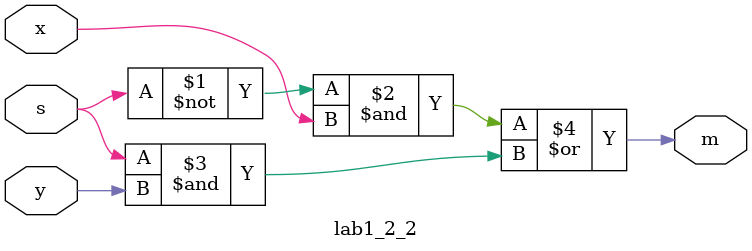
<source format=v>
`timescale 1ns / 1ps


module lab1_2_2(
    input x,
    input y,
    input s,
    output m
    );
    
    assign #3 m = (~s & x) | (s & y);
    
endmodule

</source>
